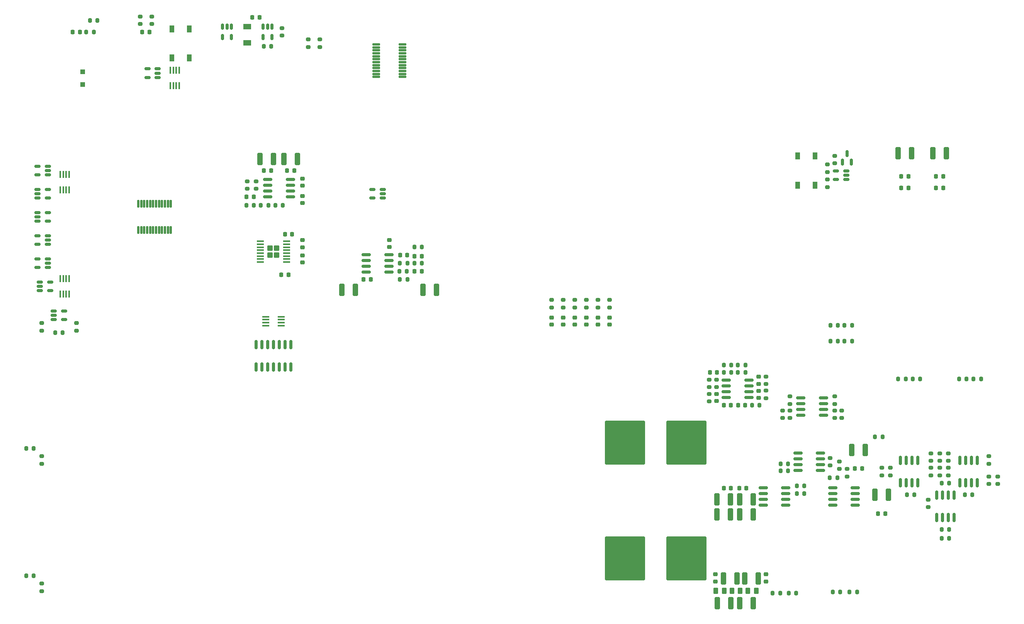
<source format=gbr>
%TF.GenerationSoftware,KiCad,Pcbnew,(6.0.5)*%
%TF.CreationDate,2022-07-10T20:23:42-07:00*%
%TF.ProjectId,main_board,6d61696e-5f62-46f6-9172-642e6b696361,rev?*%
%TF.SameCoordinates,PX5c0c740PYc1c9600*%
%TF.FileFunction,Paste,Top*%
%TF.FilePolarity,Positive*%
%FSLAX46Y46*%
G04 Gerber Fmt 4.6, Leading zero omitted, Abs format (unit mm)*
G04 Created by KiCad (PCBNEW (6.0.5)) date 2022-07-10 20:23:42*
%MOMM*%
%LPD*%
G01*
G04 APERTURE LIST*
G04 Aperture macros list*
%AMRoundRect*
0 Rectangle with rounded corners*
0 $1 Rounding radius*
0 $2 $3 $4 $5 $6 $7 $8 $9 X,Y pos of 4 corners*
0 Add a 4 corners polygon primitive as box body*
4,1,4,$2,$3,$4,$5,$6,$7,$8,$9,$2,$3,0*
0 Add four circle primitives for the rounded corners*
1,1,$1+$1,$2,$3*
1,1,$1+$1,$4,$5*
1,1,$1+$1,$6,$7*
1,1,$1+$1,$8,$9*
0 Add four rect primitives between the rounded corners*
20,1,$1+$1,$2,$3,$4,$5,0*
20,1,$1+$1,$4,$5,$6,$7,0*
20,1,$1+$1,$6,$7,$8,$9,0*
20,1,$1+$1,$8,$9,$2,$3,0*%
G04 Aperture macros list end*
%ADD10RoundRect,0.225000X0.250000X-0.225000X0.250000X0.225000X-0.250000X0.225000X-0.250000X-0.225000X0*%
%ADD11RoundRect,0.200000X0.200000X0.275000X-0.200000X0.275000X-0.200000X-0.275000X0.200000X-0.275000X0*%
%ADD12RoundRect,0.200000X0.275000X-0.200000X0.275000X0.200000X-0.275000X0.200000X-0.275000X-0.200000X0*%
%ADD13RoundRect,0.250000X-0.325000X-1.100000X0.325000X-1.100000X0.325000X1.100000X-0.325000X1.100000X0*%
%ADD14RoundRect,0.200000X-0.200000X-0.275000X0.200000X-0.275000X0.200000X0.275000X-0.200000X0.275000X0*%
%ADD15RoundRect,0.250000X0.325000X1.100000X-0.325000X1.100000X-0.325000X-1.100000X0.325000X-1.100000X0*%
%ADD16RoundRect,0.200000X-0.275000X0.200000X-0.275000X-0.200000X0.275000X-0.200000X0.275000X0.200000X0*%
%ADD17RoundRect,0.150000X0.512500X0.150000X-0.512500X0.150000X-0.512500X-0.150000X0.512500X-0.150000X0*%
%ADD18RoundRect,0.225000X-0.225000X-0.250000X0.225000X-0.250000X0.225000X0.250000X-0.225000X0.250000X0*%
%ADD19RoundRect,0.150000X-0.825000X-0.150000X0.825000X-0.150000X0.825000X0.150000X-0.825000X0.150000X0*%
%ADD20RoundRect,0.150000X0.150000X-0.825000X0.150000X0.825000X-0.150000X0.825000X-0.150000X-0.825000X0*%
%ADD21RoundRect,0.150000X0.825000X0.150000X-0.825000X0.150000X-0.825000X-0.150000X0.825000X-0.150000X0*%
%ADD22R,1.600000X0.300000*%
%ADD23RoundRect,0.250001X0.354999X0.354999X-0.354999X0.354999X-0.354999X-0.354999X0.354999X-0.354999X0*%
%ADD24RoundRect,0.100000X0.675000X0.100000X-0.675000X0.100000X-0.675000X-0.100000X0.675000X-0.100000X0*%
%ADD25RoundRect,0.150000X-0.150000X0.512500X-0.150000X-0.512500X0.150000X-0.512500X0.150000X0.512500X0*%
%ADD26RoundRect,0.218750X-0.218750X-0.256250X0.218750X-0.256250X0.218750X0.256250X-0.218750X0.256250X0*%
%ADD27RoundRect,0.150000X-0.150000X0.825000X-0.150000X-0.825000X0.150000X-0.825000X0.150000X0.825000X0*%
%ADD28RoundRect,0.225000X0.225000X0.250000X-0.225000X0.250000X-0.225000X-0.250000X0.225000X-0.250000X0*%
%ADD29RoundRect,0.150000X-0.512500X-0.150000X0.512500X-0.150000X0.512500X0.150000X-0.512500X0.150000X0*%
%ADD30R,1.100000X1.100000*%
%ADD31RoundRect,0.020500X-0.764500X-0.184500X0.764500X-0.184500X0.764500X0.184500X-0.764500X0.184500X0*%
%ADD32RoundRect,0.225000X-0.250000X0.225000X-0.250000X-0.225000X0.250000X-0.225000X0.250000X0.225000X0*%
%ADD33RoundRect,0.218750X0.256250X-0.218750X0.256250X0.218750X-0.256250X0.218750X-0.256250X-0.218750X0*%
%ADD34RoundRect,0.249999X4.150001X4.550001X-4.150001X4.550001X-4.150001X-4.550001X4.150001X-4.550001X0*%
%ADD35RoundRect,0.150000X0.150000X-0.587500X0.150000X0.587500X-0.150000X0.587500X-0.150000X-0.587500X0*%
%ADD36R,0.300000X1.600000*%
%ADD37RoundRect,0.250000X-0.262500X-0.450000X0.262500X-0.450000X0.262500X0.450000X-0.262500X0.450000X0*%
%ADD38R,1.700000X1.300000*%
%ADD39RoundRect,0.250000X0.262500X0.450000X-0.262500X0.450000X-0.262500X-0.450000X0.262500X-0.450000X0*%
%ADD40RoundRect,0.020500X-0.184500X0.764500X-0.184500X-0.764500X0.184500X-0.764500X0.184500X0.764500X0*%
%ADD41R,1.000000X1.600000*%
G04 APERTURE END LIST*
D10*
%TO.C,C34*%
X158105000Y48490000D03*
X158105000Y50040000D03*
%TD*%
D11*
%TO.C,R53*%
X8445000Y10160000D03*
X6795000Y10160000D03*
%TD*%
D12*
%TO.C,R57*%
X156505000Y48440000D03*
X156505000Y50090000D03*
%TD*%
D11*
%TO.C,R5*%
X173799000Y34692000D03*
X172149000Y34692000D03*
%TD*%
D13*
%TO.C,C20*%
X187755000Y37740000D03*
X190705000Y37740000D03*
%TD*%
D14*
%TO.C,R34*%
X212535000Y27940000D03*
X214185000Y27940000D03*
%TD*%
D12*
%TO.C,R63*%
X134640000Y69025000D03*
X134640000Y70675000D03*
%TD*%
D15*
%TO.C,C26*%
X78945000Y72898000D03*
X75995000Y72898000D03*
%TD*%
D11*
%TO.C,R78*%
X172055000Y6400000D03*
X170405000Y6400000D03*
%TD*%
D12*
%TO.C,R59*%
X156505000Y51540000D03*
X156505000Y53190000D03*
%TD*%
D16*
%TO.C,R14*%
X174180000Y49525000D03*
X174180000Y47875000D03*
%TD*%
D17*
%TO.C,U26*%
X35630700Y119496800D03*
X35630700Y120446800D03*
X35630700Y121396800D03*
X33355700Y121396800D03*
X33355700Y119496800D03*
%TD*%
D18*
%TO.C,C39*%
X159730000Y47565000D03*
X161280000Y47565000D03*
%TD*%
D19*
%TO.C,U7*%
X176570006Y49170000D03*
X176570006Y47900000D03*
X176570006Y46630000D03*
X176570006Y45360000D03*
X181520006Y45360000D03*
X181520006Y46630000D03*
X181520006Y47900000D03*
X181520006Y49170000D03*
%TD*%
D15*
%TO.C,C28*%
X161255000Y4200000D03*
X158305000Y4200000D03*
%TD*%
D14*
%TO.C,R51*%
X186155000Y61616000D03*
X187805000Y61616000D03*
%TD*%
D16*
%TO.C,R28*%
X194310000Y33845000D03*
X194310000Y32195000D03*
%TD*%
D14*
%TO.C,R71*%
X61405000Y91440000D03*
X63055000Y91440000D03*
%TD*%
D20*
%TO.C,U15*%
X57150000Y55945000D03*
X58420000Y55945000D03*
X59690000Y55945000D03*
X60960000Y55945000D03*
X62230000Y55945000D03*
X63500000Y55945000D03*
X64770000Y55945000D03*
X64770000Y60895000D03*
X63500000Y60895000D03*
X62230000Y60895000D03*
X60960000Y60895000D03*
X59690000Y60895000D03*
X58420000Y60895000D03*
X57150000Y60895000D03*
%TD*%
D14*
%TO.C,R35*%
X207455000Y30480000D03*
X209105000Y30480000D03*
%TD*%
D13*
%TO.C,C27*%
X93775000Y72898000D03*
X96725000Y72898000D03*
%TD*%
D14*
%TO.C,R16*%
X211265000Y53340000D03*
X212915000Y53340000D03*
%TD*%
D21*
%TO.C,U14*%
X86295000Y76833430D03*
X86295000Y78103430D03*
X86295000Y79373430D03*
X86295000Y80643430D03*
X81345000Y80643430D03*
X81345000Y79373430D03*
X81345000Y78103430D03*
X81345000Y76833430D03*
%TD*%
D18*
%TO.C,C12*%
X198615000Y95250000D03*
X200165000Y95250000D03*
%TD*%
D14*
%TO.C,R39*%
X91885000Y82296000D03*
X93535000Y82296000D03*
%TD*%
D22*
%TO.C,U18*%
X62660000Y65065000D03*
X62660000Y65715000D03*
X62660000Y66365000D03*
X62660000Y67015000D03*
X59260000Y67015000D03*
X59260000Y66365000D03*
X59260000Y65715000D03*
X59260000Y65065000D03*
%TD*%
D14*
%TO.C,R79*%
X19940000Y129500000D03*
X21590000Y129500000D03*
%TD*%
D23*
%TO.C,U27*%
X60210000Y80530000D03*
X61710000Y80530000D03*
X60210000Y82030000D03*
X61710000Y82030000D03*
D24*
X63835000Y79005000D03*
X63835000Y79655000D03*
X63835000Y80305000D03*
X63835000Y80955000D03*
X63835000Y81605000D03*
X63835000Y82255000D03*
X63835000Y82905000D03*
X63835000Y83555000D03*
X58085000Y83555000D03*
X58085000Y82905000D03*
X58085000Y82255000D03*
X58085000Y81605000D03*
X58085000Y80955000D03*
X58085000Y80305000D03*
X58085000Y79655000D03*
X58085000Y79005000D03*
%TD*%
D16*
%TO.C,R55*%
X168905000Y53890000D03*
X168905000Y52240000D03*
%TD*%
D15*
%TO.C,C18*%
X167255000Y9600000D03*
X164305000Y9600000D03*
%TD*%
D25*
%TO.C,U9*%
X60640000Y130637500D03*
X59690000Y130637500D03*
X58740000Y130637500D03*
X58740000Y128362500D03*
X60640000Y128362500D03*
%TD*%
D26*
%TO.C,D10*%
X32232500Y129500000D03*
X33807500Y129500000D03*
%TD*%
D12*
%TO.C,R44*%
X132100000Y69025000D03*
X132100000Y70675000D03*
%TD*%
D27*
%TO.C,U5*%
X210185000Y27875000D03*
X208915000Y27875000D03*
X207645000Y27875000D03*
X206375000Y27875000D03*
X206375000Y22925000D03*
X207645000Y22925000D03*
X208915000Y22925000D03*
X210185000Y22925000D03*
%TD*%
D16*
%TO.C,R61*%
X158105000Y53190000D03*
X158105000Y51540000D03*
%TD*%
D28*
%TO.C,C2*%
X161255000Y29400000D03*
X159705000Y29400000D03*
%TD*%
%TO.C,C38*%
X65050000Y85090000D03*
X63500000Y85090000D03*
%TD*%
D29*
%TO.C,U32*%
X9276500Y89850000D03*
X9276500Y88900000D03*
X9276500Y87950000D03*
X11551500Y87950000D03*
X11551500Y89850000D03*
%TD*%
D18*
%TO.C,C6*%
X88760991Y80518000D03*
X90310991Y80518000D03*
%TD*%
D12*
%TO.C,R11*%
X185580000Y44775000D03*
X185580000Y46425000D03*
%TD*%
D16*
%TO.C,R82*%
X57150000Y96710000D03*
X57150000Y95060000D03*
%TD*%
D14*
%TO.C,R50*%
X183071000Y61616000D03*
X184721000Y61616000D03*
%TD*%
D30*
%TO.C,D6*%
X19151600Y120729200D03*
X19151600Y117929200D03*
%TD*%
D16*
%TO.C,R32*%
X204470000Y26860000D03*
X204470000Y25210000D03*
%TD*%
D19*
%TO.C,U2*%
X168315006Y29485000D03*
X168315006Y28215000D03*
X168315006Y26945000D03*
X168315006Y25675000D03*
X173265006Y25675000D03*
X173265006Y26945000D03*
X173265006Y28215000D03*
X173265006Y29485000D03*
%TD*%
D31*
%TO.C,U24*%
X83490000Y126765000D03*
X83490000Y126115000D03*
X83490000Y125465000D03*
X83490000Y124815000D03*
X83490000Y124165000D03*
X83490000Y123515000D03*
X83490000Y122865000D03*
X83490000Y122215000D03*
X83490000Y121565000D03*
X83490000Y120915000D03*
X83490000Y120265000D03*
X83490000Y119615000D03*
X89230000Y119615000D03*
X89230000Y120265000D03*
X89230000Y120915000D03*
X89230000Y121565000D03*
X89230000Y122215000D03*
X89230000Y122865000D03*
X89230000Y123515000D03*
X89230000Y124165000D03*
X89230000Y124815000D03*
X89230000Y125465000D03*
X89230000Y126115000D03*
X89230000Y126765000D03*
%TD*%
D11*
%TO.C,R62*%
X164430000Y54765000D03*
X162780000Y54765000D03*
%TD*%
D18*
%TO.C,C10*%
X206235000Y97790000D03*
X207785000Y97790000D03*
%TD*%
D32*
%TO.C,C30*%
X167305000Y53840000D03*
X167305000Y52290000D03*
%TD*%
D13*
%TO.C,C14*%
X197915000Y102870000D03*
X200865000Y102870000D03*
%TD*%
D19*
%TO.C,U30*%
X160230000Y53070000D03*
X160230000Y51800000D03*
X160230000Y50530000D03*
X160230000Y49260000D03*
X165180000Y49260000D03*
X165180000Y50530000D03*
X165180000Y51800000D03*
X165180000Y53070000D03*
%TD*%
D28*
%TO.C,C42*%
X158180000Y54765000D03*
X156630000Y54765000D03*
%TD*%
D19*
%TO.C,U3*%
X183555006Y29485000D03*
X183555006Y28215000D03*
X183555006Y26945000D03*
X183555006Y25675000D03*
X188505006Y25675000D03*
X188505006Y26945000D03*
X188505006Y28215000D03*
X188505006Y29485000D03*
%TD*%
D12*
%TO.C,R92*%
X182372000Y98743000D03*
X182372000Y100393000D03*
%TD*%
D33*
%TO.C,D3*%
X121940000Y65252500D03*
X121940000Y66827500D03*
%TD*%
D18*
%TO.C,C5*%
X91935000Y80264000D03*
X93485000Y80264000D03*
%TD*%
D11*
%TO.C,R18*%
X202755000Y53340000D03*
X201105000Y53340000D03*
%TD*%
D12*
%TO.C,R52*%
X10160000Y6795000D03*
X10160000Y8445000D03*
%TD*%
D10*
%TO.C,C40*%
X67310000Y95745000D03*
X67310000Y97295000D03*
%TD*%
D28*
%TO.C,C35*%
X164380000Y47565000D03*
X162830000Y47565000D03*
%TD*%
D29*
%TO.C,U28*%
X12832500Y68260000D03*
X12832500Y67310000D03*
X12832500Y66360000D03*
X15107500Y66360000D03*
X15107500Y68260000D03*
%TD*%
D11*
%TO.C,R43*%
X90233000Y76962000D03*
X88583000Y76962000D03*
%TD*%
D17*
%TO.C,U34*%
X11551500Y77790000D03*
X11551500Y78740000D03*
X11551500Y79690000D03*
X9276500Y79690000D03*
X9276500Y77790000D03*
%TD*%
D16*
%TO.C,R22*%
X207010000Y37020000D03*
X207010000Y35370000D03*
%TD*%
D10*
%TO.C,C33*%
X67310000Y82250000D03*
X67310000Y83800000D03*
%TD*%
D11*
%TO.C,R49*%
X184705000Y65100000D03*
X183055000Y65100000D03*
%TD*%
D14*
%TO.C,R37*%
X207455000Y20320000D03*
X209105000Y20320000D03*
%TD*%
D32*
%TO.C,C41*%
X167305000Y50740000D03*
X167305000Y49190000D03*
%TD*%
D17*
%TO.C,U33*%
X11551500Y98110000D03*
X11551500Y99060000D03*
X11551500Y100010000D03*
X9276500Y100010000D03*
X9276500Y98110000D03*
%TD*%
D34*
%TO.C,C22*%
X151530000Y39370000D03*
X138030000Y39370000D03*
%TD*%
D16*
%TO.C,R68*%
X17780000Y65595000D03*
X17780000Y63945000D03*
%TD*%
%TO.C,R30*%
X205105000Y33845000D03*
X205105000Y32195000D03*
%TD*%
D28*
%TO.C,C37*%
X64275000Y76200000D03*
X62725000Y76200000D03*
%TD*%
D18*
%TO.C,C13*%
X206235000Y95250000D03*
X207785000Y95250000D03*
%TD*%
D10*
%TO.C,C32*%
X67310000Y78935000D03*
X67310000Y80485000D03*
%TD*%
D16*
%TO.C,R13*%
X183980000Y49525000D03*
X183980000Y47875000D03*
%TD*%
D12*
%TO.C,R74*%
X10160000Y34735000D03*
X10160000Y36385000D03*
%TD*%
D18*
%TO.C,C31*%
X56375000Y132675000D03*
X57925000Y132675000D03*
%TD*%
D11*
%TO.C,R60*%
X167530000Y47565000D03*
X165880000Y47565000D03*
%TD*%
D25*
%TO.C,U8*%
X51750000Y130637500D03*
X50800000Y130637500D03*
X49850000Y130637500D03*
X49850000Y128362500D03*
X51750000Y128362500D03*
%TD*%
D21*
%TO.C,U29*%
X64705000Y93345000D03*
X64705000Y94615000D03*
X64705000Y95885000D03*
X64705000Y97155000D03*
X59755000Y97155000D03*
X59755000Y95885000D03*
X59755000Y94615000D03*
X59755000Y93345000D03*
%TD*%
D14*
%TO.C,R75*%
X159680000Y54765000D03*
X161330000Y54765000D03*
%TD*%
D18*
%TO.C,C23*%
X80759000Y75184000D03*
X82309000Y75184000D03*
%TD*%
D34*
%TO.C,C25*%
X151530000Y13970000D03*
X138030000Y13970000D03*
%TD*%
D33*
%TO.C,D4*%
X127020000Y65252500D03*
X127020000Y66827500D03*
%TD*%
D14*
%TO.C,R36*%
X199835000Y27940000D03*
X201485000Y27940000D03*
%TD*%
D12*
%TO.C,R8*%
X183007000Y34375000D03*
X183007000Y36025000D03*
%TD*%
%TO.C,R46*%
X127020000Y69025000D03*
X127020000Y70675000D03*
%TD*%
D16*
%TO.C,R88*%
X31750000Y132865000D03*
X31750000Y131215000D03*
%TD*%
D18*
%TO.C,C8*%
X188455000Y33679988D03*
X190005000Y33679988D03*
%TD*%
D35*
%TO.C,Q1*%
X185740000Y100916500D03*
X187640000Y100916500D03*
X186690000Y102791500D03*
%TD*%
D33*
%TO.C,D2*%
X129560000Y65252500D03*
X129560000Y66827500D03*
%TD*%
D36*
%TO.C,U20*%
X14265000Y71960000D03*
X14915000Y71960000D03*
X15565000Y71960000D03*
X16215000Y71960000D03*
X16215000Y75360000D03*
X15565000Y75360000D03*
X14915000Y75360000D03*
X14265000Y75360000D03*
%TD*%
D16*
%TO.C,R31*%
X205105000Y37020000D03*
X205105000Y35370000D03*
%TD*%
D28*
%TO.C,C1*%
X164655000Y29400000D03*
X163105000Y29400000D03*
%TD*%
D16*
%TO.C,R10*%
X172580000Y46425000D03*
X172580000Y44775000D03*
%TD*%
D12*
%TO.C,R66*%
X10160000Y63945000D03*
X10160000Y65595000D03*
%TD*%
%TO.C,R12*%
X183980000Y44775000D03*
X183980000Y46425000D03*
%TD*%
D14*
%TO.C,R1*%
X172149000Y33168000D03*
X173799000Y33168000D03*
%TD*%
D33*
%TO.C,D7*%
X134640000Y65252500D03*
X134640000Y66827500D03*
%TD*%
D15*
%TO.C,C17*%
X161155000Y26900000D03*
X158205000Y26900000D03*
%TD*%
%TO.C,C29*%
X166155000Y4200000D03*
X163205000Y4200000D03*
%TD*%
D11*
%TO.C,R76*%
X161330000Y56365000D03*
X159680000Y56365000D03*
%TD*%
D14*
%TO.C,R83*%
X20765000Y132040000D03*
X22415000Y132040000D03*
%TD*%
D37*
%TO.C,FB3*%
X157967500Y6900000D03*
X159792500Y6900000D03*
%TD*%
D16*
%TO.C,R25*%
X217805000Y31940000D03*
X217805000Y30290000D03*
%TD*%
D17*
%TO.C,U12*%
X84957500Y93030000D03*
X84957500Y93980000D03*
X84957500Y94930000D03*
X82682500Y94930000D03*
X82682500Y93030000D03*
%TD*%
%TO.C,U17*%
X11551500Y82870000D03*
X11551500Y83820000D03*
X11551500Y84770000D03*
X9276500Y84770000D03*
X9276500Y82870000D03*
%TD*%
D11*
%TO.C,R40*%
X93535000Y78740000D03*
X91885000Y78740000D03*
%TD*%
D12*
%TO.C,R15*%
X68580000Y126175000D03*
X68580000Y127825000D03*
%TD*%
D16*
%TO.C,R29*%
X196215000Y33845000D03*
X196215000Y32195000D03*
%TD*%
D11*
%TO.C,R4*%
X184594000Y31644000D03*
X182944000Y31644000D03*
%TD*%
D14*
%TO.C,R65*%
X58865000Y126325000D03*
X60515000Y126325000D03*
%TD*%
D28*
%TO.C,C47*%
X60465000Y99060000D03*
X58915000Y99060000D03*
%TD*%
D16*
%TO.C,R21*%
X217805000Y36385000D03*
X217805000Y34735000D03*
%TD*%
D36*
%TO.C,U22*%
X38395000Y117680000D03*
X39045000Y117680000D03*
X39695000Y117680000D03*
X40345000Y117680000D03*
X40345000Y121080000D03*
X39695000Y121080000D03*
X39045000Y121080000D03*
X38395000Y121080000D03*
%TD*%
%TO.C,U21*%
X14265000Y94820000D03*
X14915000Y94820000D03*
X15565000Y94820000D03*
X16215000Y94820000D03*
X16215000Y98220000D03*
X15565000Y98220000D03*
X14915000Y98220000D03*
X14265000Y98220000D03*
%TD*%
D15*
%TO.C,C16*%
X166155000Y26900000D03*
X163205000Y26900000D03*
%TD*%
D29*
%TO.C,U31*%
X9784500Y74610000D03*
X9784500Y73660000D03*
X9784500Y72710000D03*
X12059500Y72710000D03*
X12059500Y74610000D03*
%TD*%
D18*
%TO.C,C36*%
X55105000Y93345000D03*
X56655000Y93345000D03*
%TD*%
D26*
%TO.C,D9*%
X16992500Y129500000D03*
X18567500Y129500000D03*
%TD*%
D38*
%TO.C,D8*%
X55245000Y130615000D03*
X55245000Y127115000D03*
%TD*%
D28*
%TO.C,C7*%
X93485000Y76962000D03*
X91935000Y76962000D03*
%TD*%
D14*
%TO.C,R17*%
X214440000Y53340000D03*
X216090000Y53340000D03*
%TD*%
%TO.C,R2*%
X175680006Y28215000D03*
X177330006Y28215000D03*
%TD*%
D12*
%TO.C,R9*%
X174180000Y44775000D03*
X174180000Y46425000D03*
%TD*%
D14*
%TO.C,R19*%
X197930000Y53340000D03*
X199580000Y53340000D03*
%TD*%
D16*
%TO.C,R64*%
X62865000Y130325000D03*
X62865000Y128675000D03*
%TD*%
D11*
%TO.C,R41*%
X90360991Y78740000D03*
X88710991Y78740000D03*
%TD*%
%TO.C,R42*%
X90360991Y75184000D03*
X88710991Y75184000D03*
%TD*%
D12*
%TO.C,R7*%
X185039000Y33613000D03*
X185039000Y35263000D03*
%TD*%
D17*
%TO.C,U13*%
X186557500Y97094000D03*
X186557500Y98044000D03*
X186557500Y98994000D03*
X184282500Y98994000D03*
X184282500Y97094000D03*
%TD*%
D12*
%TO.C,R45*%
X129560000Y69025000D03*
X129560000Y70675000D03*
%TD*%
D18*
%TO.C,C11*%
X198615000Y97790000D03*
X200165000Y97790000D03*
%TD*%
D16*
%TO.C,R27*%
X208915000Y33845000D03*
X208915000Y32195000D03*
%TD*%
D10*
%TO.C,C4*%
X157880000Y8925000D03*
X157880000Y10475000D03*
%TD*%
D11*
%TO.C,R84*%
X188905000Y6600000D03*
X187255000Y6600000D03*
%TD*%
D12*
%TO.C,R77*%
X55245000Y95060000D03*
X55245000Y96710000D03*
%TD*%
D13*
%TO.C,C15*%
X205535000Y102870000D03*
X208485000Y102870000D03*
%TD*%
D16*
%TO.C,R24*%
X219710000Y31940000D03*
X219710000Y30290000D03*
%TD*%
D11*
%TO.C,R6*%
X177355000Y29866000D03*
X175705000Y29866000D03*
%TD*%
D14*
%TO.C,R69*%
X58230000Y91440000D03*
X59880000Y91440000D03*
%TD*%
D15*
%TO.C,C19*%
X162555000Y9600000D03*
X159605000Y9600000D03*
%TD*%
D11*
%TO.C,R70*%
X14795000Y63500000D03*
X13145000Y63500000D03*
%TD*%
D33*
%TO.C,D1*%
X132100000Y65252500D03*
X132100000Y66827500D03*
%TD*%
D14*
%TO.C,R67*%
X55055000Y91440000D03*
X56705000Y91440000D03*
%TD*%
D32*
%TO.C,C3*%
X168980000Y10475000D03*
X168980000Y8925000D03*
%TD*%
D12*
%TO.C,R93*%
X182372000Y95441000D03*
X182372000Y97091000D03*
%TD*%
D11*
%TO.C,R72*%
X8445000Y38100000D03*
X6795000Y38100000D03*
%TD*%
D39*
%TO.C,FB1*%
X166792500Y6900000D03*
X164967500Y6900000D03*
%TD*%
D12*
%TO.C,R54*%
X71120000Y126175000D03*
X71120000Y127825000D03*
%TD*%
%TO.C,R56*%
X121940000Y69025000D03*
X121940000Y70675000D03*
%TD*%
D11*
%TO.C,R20*%
X194500000Y40640000D03*
X192850000Y40640000D03*
%TD*%
D27*
%TO.C,U4*%
X202245011Y35495000D03*
X200975011Y35495000D03*
X199705011Y35495000D03*
X198435011Y35495000D03*
X198435011Y30545000D03*
X199705011Y30545000D03*
X200975011Y30545000D03*
X202245011Y30545000D03*
%TD*%
D18*
%TO.C,C9*%
X193535000Y23840008D03*
X195085000Y23840008D03*
%TD*%
D12*
%TO.C,R86*%
X34290000Y131215000D03*
X34290000Y132865000D03*
%TD*%
D14*
%TO.C,R73*%
X162780000Y56365000D03*
X164430000Y56365000D03*
%TD*%
D19*
%TO.C,U6*%
X175935006Y37105000D03*
X175935006Y35835000D03*
X175935006Y34565000D03*
X175935006Y33295000D03*
X180885006Y33295000D03*
X180885006Y34565000D03*
X180885006Y35835000D03*
X180885006Y37105000D03*
%TD*%
D15*
%TO.C,C45*%
X166155000Y23600000D03*
X163205000Y23600000D03*
%TD*%
D12*
%TO.C,R3*%
X186690000Y31962000D03*
X186690000Y33612000D03*
%TD*%
%TO.C,R47*%
X124480000Y69025000D03*
X124480000Y70675000D03*
%TD*%
D32*
%TO.C,C44*%
X67310000Y93485000D03*
X67310000Y91935000D03*
%TD*%
D15*
%TO.C,C49*%
X60960000Y101600000D03*
X58010000Y101600000D03*
%TD*%
D13*
%TO.C,C21*%
X192835000Y27940000D03*
X195785000Y27940000D03*
%TD*%
D28*
%TO.C,C48*%
X65545000Y99060000D03*
X63995000Y99060000D03*
%TD*%
D11*
%TO.C,R48*%
X187805000Y65100000D03*
X186155000Y65100000D03*
%TD*%
D15*
%TO.C,C43*%
X161155000Y23600000D03*
X158205000Y23600000D03*
%TD*%
D16*
%TO.C,R58*%
X168905000Y50790000D03*
X168905000Y49140000D03*
%TD*%
%TO.C,R26*%
X207010000Y33845000D03*
X207010000Y32195000D03*
%TD*%
D27*
%TO.C,U1*%
X215265000Y35495000D03*
X213995000Y35495000D03*
X212725000Y35495000D03*
X211455000Y35495000D03*
X211455000Y30545000D03*
X212725000Y30545000D03*
X213995000Y30545000D03*
X215265000Y30545000D03*
%TD*%
D40*
%TO.C,U23*%
X38500000Y91770000D03*
X37850000Y91770000D03*
X37200000Y91770000D03*
X36550000Y91770000D03*
X35900000Y91770000D03*
X35250000Y91770000D03*
X34600000Y91770000D03*
X33950000Y91770000D03*
X33300000Y91770000D03*
X32650000Y91770000D03*
X32000000Y91770000D03*
X31350000Y91770000D03*
X31350000Y86030000D03*
X32000000Y86030000D03*
X32650000Y86030000D03*
X33300000Y86030000D03*
X33950000Y86030000D03*
X34600000Y86030000D03*
X35250000Y86030000D03*
X35900000Y86030000D03*
X36550000Y86030000D03*
X37200000Y86030000D03*
X37850000Y86030000D03*
X38500000Y86030000D03*
%TD*%
D12*
%TO.C,R38*%
X184023000Y100648000D03*
X184023000Y102298000D03*
%TD*%
D41*
%TO.C,S1*%
X179700000Y102260000D03*
X179700000Y95860000D03*
X175900000Y102260000D03*
X175900000Y95860000D03*
%TD*%
D16*
%TO.C,R23*%
X208915000Y37020000D03*
X208915000Y35370000D03*
%TD*%
D11*
%TO.C,R33*%
X209105000Y18415000D03*
X207455000Y18415000D03*
%TD*%
D39*
%TO.C,FB2*%
X163292500Y6900000D03*
X161467500Y6900000D03*
%TD*%
D33*
%TO.C,D5*%
X124480000Y65252500D03*
X124480000Y66827500D03*
%TD*%
D11*
%TO.C,R81*%
X185205000Y6600000D03*
X183555000Y6600000D03*
%TD*%
D15*
%TO.C,C50*%
X66245000Y101600000D03*
X63295000Y101600000D03*
%TD*%
D29*
%TO.C,U35*%
X9276500Y94930000D03*
X9276500Y93980000D03*
X9276500Y93030000D03*
X11551500Y93030000D03*
X11551500Y94930000D03*
%TD*%
D32*
%TO.C,C24*%
X86360000Y83831430D03*
X86360000Y82281430D03*
%TD*%
D11*
%TO.C,R80*%
X175555000Y6400000D03*
X173905000Y6400000D03*
%TD*%
D41*
%TO.C,S2*%
X42540000Y130160000D03*
X42540000Y123760000D03*
X38740000Y130160000D03*
X38740000Y123760000D03*
%TD*%
M02*

</source>
